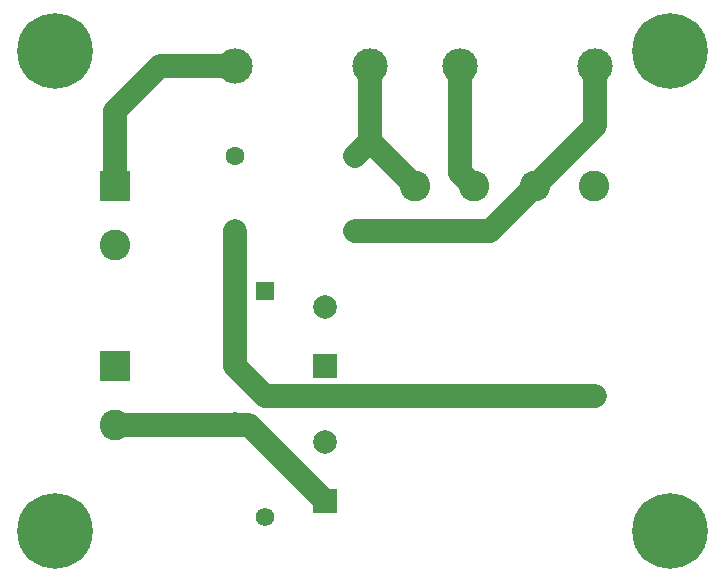
<source format=gtl>
G04 #@! TF.GenerationSoftware,KiCad,Pcbnew,(5.1.9-0-10_14)*
G04 #@! TF.CreationDate,2021-05-14T14:16:07+02:00*
G04 #@! TF.ProjectId,PreAmp_SMPS_Filter,50726541-6d70-45f5-934d-50535f46696c,1.0*
G04 #@! TF.SameCoordinates,Original*
G04 #@! TF.FileFunction,Copper,L1,Top*
G04 #@! TF.FilePolarity,Positive*
%FSLAX46Y46*%
G04 Gerber Fmt 4.6, Leading zero omitted, Abs format (unit mm)*
G04 Created by KiCad (PCBNEW (5.1.9-0-10_14)) date 2021-05-14 14:16:07*
%MOMM*%
%LPD*%
G01*
G04 APERTURE LIST*
G04 #@! TA.AperFunction,ComponentPad*
%ADD10C,2.000000*%
G04 #@! TD*
G04 #@! TA.AperFunction,ComponentPad*
%ADD11R,2.000000X2.000000*%
G04 #@! TD*
G04 #@! TA.AperFunction,ComponentPad*
%ADD12C,6.400000*%
G04 #@! TD*
G04 #@! TA.AperFunction,ComponentPad*
%ADD13C,0.800000*%
G04 #@! TD*
G04 #@! TA.AperFunction,ComponentPad*
%ADD14C,2.600000*%
G04 #@! TD*
G04 #@! TA.AperFunction,ComponentPad*
%ADD15R,2.600000X2.600000*%
G04 #@! TD*
G04 #@! TA.AperFunction,ComponentPad*
%ADD16R,1.575000X1.575000*%
G04 #@! TD*
G04 #@! TA.AperFunction,ComponentPad*
%ADD17C,1.575000*%
G04 #@! TD*
G04 #@! TA.AperFunction,ComponentPad*
%ADD18C,3.000000*%
G04 #@! TD*
G04 #@! TA.AperFunction,ComponentPad*
%ADD19O,3.000000X3.000000*%
G04 #@! TD*
G04 #@! TA.AperFunction,ComponentPad*
%ADD20C,1.600000*%
G04 #@! TD*
G04 #@! TA.AperFunction,ComponentPad*
%ADD21O,1.600000X1.600000*%
G04 #@! TD*
G04 #@! TA.AperFunction,ViaPad*
%ADD22C,1.600000*%
G04 #@! TD*
G04 #@! TA.AperFunction,Conductor*
%ADD23C,2.000000*%
G04 #@! TD*
G04 APERTURE END LIST*
D10*
X81280000Y-71200000D03*
D11*
X81280000Y-76200000D03*
D10*
X81280000Y-59770000D03*
D11*
X81280000Y-64770000D03*
D12*
X110490000Y-38100000D03*
D13*
X112890000Y-38100000D03*
X112187056Y-39797056D03*
X110490000Y-40500000D03*
X108792944Y-39797056D03*
X108090000Y-38100000D03*
X108792944Y-36402944D03*
X110490000Y-35700000D03*
X112187056Y-36402944D03*
D12*
X58420000Y-38100000D03*
D13*
X60820000Y-38100000D03*
X60117056Y-39797056D03*
X58420000Y-40500000D03*
X56722944Y-39797056D03*
X56020000Y-38100000D03*
X56722944Y-36402944D03*
X58420000Y-35700000D03*
X60117056Y-36402944D03*
D12*
X58420000Y-78740000D03*
D13*
X60820000Y-78740000D03*
X60117056Y-80437056D03*
X58420000Y-81140000D03*
X56722944Y-80437056D03*
X56020000Y-78740000D03*
X56722944Y-77042944D03*
X58420000Y-76340000D03*
X60117056Y-77042944D03*
X112187056Y-77042944D03*
X110490000Y-76340000D03*
X108792944Y-77042944D03*
X108090000Y-78740000D03*
X108792944Y-80437056D03*
X110490000Y-81140000D03*
X112187056Y-80437056D03*
X112890000Y-78740000D03*
D12*
X110490000Y-78740000D03*
D14*
X104060000Y-49530000D03*
X99060000Y-49530000D03*
D15*
X63500000Y-49530000D03*
D14*
X63500000Y-54530000D03*
D16*
X76200000Y-58420000D03*
D17*
X76200000Y-77520000D03*
D14*
X63500000Y-69770000D03*
D15*
X63500000Y-64770000D03*
D14*
X88900000Y-49530000D03*
X93900000Y-49530000D03*
D18*
X85090000Y-39370000D03*
D19*
X73690000Y-39370000D03*
D20*
X73660000Y-46990000D03*
D21*
X83820000Y-46990000D03*
D19*
X92740000Y-39370000D03*
D18*
X104140000Y-39370000D03*
D21*
X83820000Y-53340000D03*
D20*
X73660000Y-53340000D03*
D22*
X104140000Y-67310000D03*
D23*
X92740000Y-48370000D02*
X93900000Y-49530000D01*
X92740000Y-39370000D02*
X92740000Y-48370000D01*
X85090000Y-45720000D02*
X83820000Y-46990000D01*
X85090000Y-39370000D02*
X85090000Y-45720000D01*
X85090000Y-45720000D02*
X88900000Y-49530000D01*
X95250000Y-53340000D02*
X83820000Y-53340000D01*
X104140000Y-44450000D02*
X95250000Y-53340000D01*
X104140000Y-39370000D02*
X104140000Y-44450000D01*
X74850000Y-69770000D02*
X81280000Y-76200000D01*
X73580000Y-69770000D02*
X74850000Y-69770000D01*
X73660000Y-69690000D02*
X73580000Y-69770000D01*
X63500000Y-69770000D02*
X73580000Y-69770000D01*
X73660000Y-53340000D02*
X73660000Y-64770000D01*
X73660000Y-64770000D02*
X76200000Y-67310000D01*
X99060000Y-67310000D02*
X99060000Y-67310000D01*
X76200000Y-67310000D02*
X104140000Y-67310000D01*
X63500000Y-49530000D02*
X63500000Y-43180000D01*
X67310000Y-39370000D02*
X73690000Y-39370000D01*
X63500000Y-43180000D02*
X67310000Y-39370000D01*
M02*

</source>
